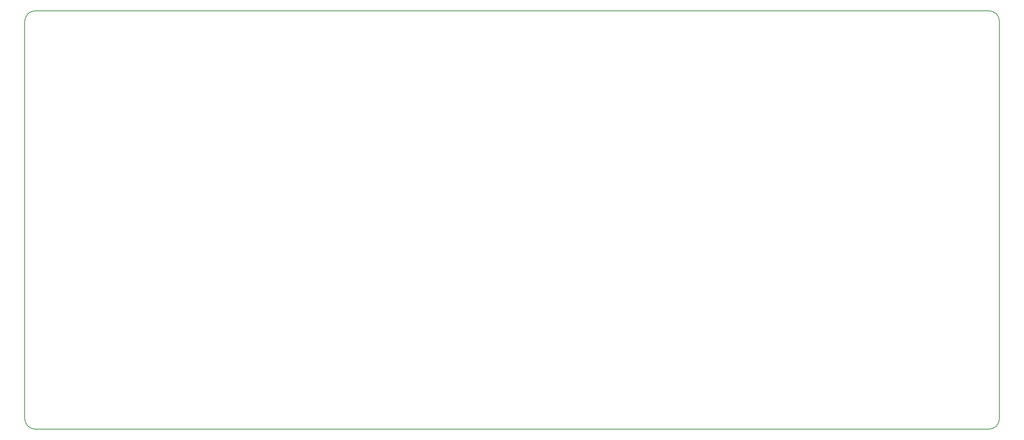
<source format=gm1>
G04 #@! TF.GenerationSoftware,KiCad,Pcbnew,(5.1.2)-1*
G04 #@! TF.CreationDate,2020-06-13T20:10:12-05:00*
G04 #@! TF.ProjectId,plaid,706c6169-642e-46b6-9963-61645f706362,rev?*
G04 #@! TF.SameCoordinates,PX2faf080PY2faf080*
G04 #@! TF.FileFunction,Profile,NP*
%FSLAX46Y46*%
G04 Gerber Fmt 4.6, Leading zero omitted, Abs format (unit mm)*
G04 Created by KiCad (PCBNEW (5.1.2)-1) date 2020-06-13 20:10:12*
%MOMM*%
%LPD*%
G04 APERTURE LIST*
%ADD10C,0.150000*%
G04 APERTURE END LIST*
D10*
X2500000Y-98000000D02*
G75*
G02X0Y-95500000I0J2500000D01*
G01*
X228000000Y-95500000D02*
G75*
G02X225500000Y-98000000I-2500000J0D01*
G01*
X225500000Y0D02*
G75*
G02X228000000Y-2500000I0J-2500000D01*
G01*
X0Y-2500000D02*
G75*
G02X2500000Y0I2500000J0D01*
G01*
X0Y-95500000D02*
X0Y-2500000D01*
X225500000Y-98000000D02*
X2500000Y-98000000D01*
X228000000Y-2500000D02*
X228000000Y-95500000D01*
X225500000Y0D02*
X2500000Y0D01*
M02*

</source>
